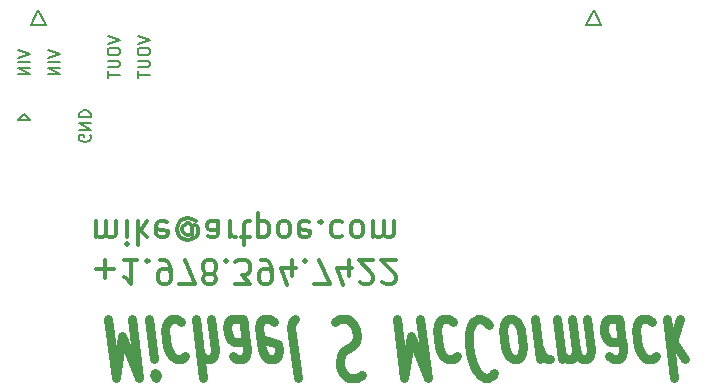
<source format=gbo>
G04 #@! TF.GenerationSoftware,KiCad,Pcbnew,(5.0.2)-1*
G04 #@! TF.CreationDate,2019-04-13T07:43:48-04:00*
G04 #@! TF.ProjectId,Console,436f6e73-6f6c-4652-9e6b-696361645f70,rev?*
G04 #@! TF.SameCoordinates,Original*
G04 #@! TF.FileFunction,Legend,Bot*
G04 #@! TF.FilePolarity,Positive*
%FSLAX46Y46*%
G04 Gerber Fmt 4.6, Leading zero omitted, Abs format (unit mm)*
G04 Created by KiCad (PCBNEW (5.0.2)-1) date 4/13/2019 7:43:48 AM*
%MOMM*%
%LPD*%
G01*
G04 APERTURE LIST*
%ADD10C,0.750000*%
%ADD11C,0.300000*%
%ADD12C,0.150000*%
G04 APERTURE END LIST*
D10*
X111031547Y-134138095D02*
X111656547Y-139138095D01*
X112210119Y-135566666D01*
X113656547Y-139138095D01*
X113031547Y-134138095D01*
X114460119Y-134138095D02*
X114876785Y-137471428D01*
X115085119Y-139138095D02*
X114912500Y-138900000D01*
X115025595Y-138661904D01*
X115198214Y-138900000D01*
X115085119Y-139138095D01*
X115025595Y-138661904D01*
X117204166Y-134376190D02*
X116888690Y-134138095D01*
X116317261Y-134138095D01*
X116061309Y-134376190D01*
X115948214Y-134614285D01*
X115864880Y-135090476D01*
X116043452Y-136519047D01*
X116245833Y-136995238D01*
X116418452Y-137233333D01*
X116733928Y-137471428D01*
X117305357Y-137471428D01*
X117561309Y-137233333D01*
X118460119Y-134138095D02*
X119085119Y-139138095D01*
X119745833Y-134138095D02*
X120073214Y-136757142D01*
X119989880Y-137233333D01*
X119733928Y-137471428D01*
X119305357Y-137471428D01*
X118989880Y-137233333D01*
X118817261Y-136995238D01*
X122460119Y-134138095D02*
X122787500Y-136757142D01*
X122704166Y-137233333D01*
X122448214Y-137471428D01*
X121876785Y-137471428D01*
X121561309Y-137233333D01*
X122489880Y-134376190D02*
X122174404Y-134138095D01*
X121460119Y-134138095D01*
X121204166Y-134376190D01*
X121120833Y-134852380D01*
X121180357Y-135328571D01*
X121382738Y-135804761D01*
X121698214Y-136042857D01*
X122412500Y-136042857D01*
X122727976Y-136280952D01*
X125061309Y-134376190D02*
X124745833Y-134138095D01*
X124174404Y-134138095D01*
X123918452Y-134376190D01*
X123835119Y-134852380D01*
X124073214Y-136757142D01*
X124275595Y-137233333D01*
X124591071Y-137471428D01*
X125162500Y-137471428D01*
X125418452Y-137233333D01*
X125501785Y-136757142D01*
X125442261Y-136280952D01*
X123954166Y-135804761D01*
X126888690Y-134138095D02*
X126632738Y-134376190D01*
X126549404Y-134852380D01*
X127085119Y-139138095D01*
X130204166Y-134376190D02*
X130602976Y-134138095D01*
X131317261Y-134138095D01*
X131632738Y-134376190D01*
X131805357Y-134614285D01*
X132007738Y-135090476D01*
X132067261Y-135566666D01*
X131983928Y-136042857D01*
X131870833Y-136280952D01*
X131614880Y-136519047D01*
X131073214Y-136757142D01*
X130817261Y-136995238D01*
X130704166Y-137233333D01*
X130620833Y-137709523D01*
X130680357Y-138185714D01*
X130882738Y-138661904D01*
X131055357Y-138900000D01*
X131370833Y-139138095D01*
X132085119Y-139138095D01*
X132483928Y-138900000D01*
X135460119Y-134138095D02*
X136085119Y-139138095D01*
X136638690Y-135566666D01*
X138085119Y-139138095D01*
X137460119Y-134138095D01*
X140204166Y-134376190D02*
X139888690Y-134138095D01*
X139317261Y-134138095D01*
X139061309Y-134376190D01*
X138948214Y-134614285D01*
X138864880Y-135090476D01*
X139043452Y-136519047D01*
X139245833Y-136995238D01*
X139418452Y-137233333D01*
X139733928Y-137471428D01*
X140305357Y-137471428D01*
X140561309Y-137233333D01*
X143233928Y-134614285D02*
X143061309Y-134376190D01*
X142602976Y-134138095D01*
X142317261Y-134138095D01*
X141918452Y-134376190D01*
X141692261Y-134852380D01*
X141608928Y-135328571D01*
X141585119Y-136280952D01*
X141674404Y-136995238D01*
X141936309Y-137947619D01*
X142138690Y-138423809D01*
X142483928Y-138900000D01*
X142942261Y-139138095D01*
X143227976Y-139138095D01*
X143626785Y-138900000D01*
X143739880Y-138661904D01*
X144888690Y-134138095D02*
X144632738Y-134376190D01*
X144519642Y-134614285D01*
X144436309Y-135090476D01*
X144614880Y-136519047D01*
X144817261Y-136995238D01*
X144989880Y-137233333D01*
X145305357Y-137471428D01*
X145733928Y-137471428D01*
X145989880Y-137233333D01*
X146102976Y-136995238D01*
X146186309Y-136519047D01*
X146007738Y-135090476D01*
X145805357Y-134614285D01*
X145632738Y-134376190D01*
X145317261Y-134138095D01*
X144888690Y-134138095D01*
X147174404Y-134138095D02*
X147591071Y-137471428D01*
X147472023Y-136519047D02*
X147674404Y-136995238D01*
X147847023Y-137233333D01*
X148162500Y-137471428D01*
X148448214Y-137471428D01*
X149031547Y-134138095D02*
X149448214Y-137471428D01*
X149388690Y-136995238D02*
X149561309Y-137233333D01*
X149876785Y-137471428D01*
X150305357Y-137471428D01*
X150561309Y-137233333D01*
X150644642Y-136757142D01*
X150317261Y-134138095D01*
X150644642Y-136757142D02*
X150847023Y-137233333D01*
X151162500Y-137471428D01*
X151591071Y-137471428D01*
X151847023Y-137233333D01*
X151930357Y-136757142D01*
X151602976Y-134138095D01*
X154317261Y-134138095D02*
X154644642Y-136757142D01*
X154561309Y-137233333D01*
X154305357Y-137471428D01*
X153733928Y-137471428D01*
X153418452Y-137233333D01*
X154347023Y-134376190D02*
X154031547Y-134138095D01*
X153317261Y-134138095D01*
X153061309Y-134376190D01*
X152977976Y-134852380D01*
X153037500Y-135328571D01*
X153239880Y-135804761D01*
X153555357Y-136042857D01*
X154269642Y-136042857D01*
X154585119Y-136280952D01*
X157061309Y-134376190D02*
X156745833Y-134138095D01*
X156174404Y-134138095D01*
X155918452Y-134376190D01*
X155805357Y-134614285D01*
X155722023Y-135090476D01*
X155900595Y-136519047D01*
X156102976Y-136995238D01*
X156275595Y-137233333D01*
X156591071Y-137471428D01*
X157162500Y-137471428D01*
X157418452Y-137233333D01*
X158317261Y-134138095D02*
X158942261Y-139138095D01*
X158841071Y-136042857D02*
X159460119Y-134138095D01*
X159876785Y-137471428D02*
X158495833Y-135566666D01*
D11*
X109971190Y-129907142D02*
X111495000Y-129907142D01*
X110733095Y-129145238D02*
X110733095Y-130669047D01*
X113495000Y-129145238D02*
X112352142Y-129145238D01*
X112923571Y-129145238D02*
X112923571Y-131145238D01*
X112733095Y-130859523D01*
X112542619Y-130669047D01*
X112352142Y-130573809D01*
X114352142Y-129335714D02*
X114447380Y-129240476D01*
X114352142Y-129145238D01*
X114256904Y-129240476D01*
X114352142Y-129335714D01*
X114352142Y-129145238D01*
X115399761Y-129145238D02*
X115780714Y-129145238D01*
X115971190Y-129240476D01*
X116066428Y-129335714D01*
X116256904Y-129621428D01*
X116352142Y-130002380D01*
X116352142Y-130764285D01*
X116256904Y-130954761D01*
X116161666Y-131050000D01*
X115971190Y-131145238D01*
X115590238Y-131145238D01*
X115399761Y-131050000D01*
X115304523Y-130954761D01*
X115209285Y-130764285D01*
X115209285Y-130288095D01*
X115304523Y-130097619D01*
X115399761Y-130002380D01*
X115590238Y-129907142D01*
X115971190Y-129907142D01*
X116161666Y-130002380D01*
X116256904Y-130097619D01*
X116352142Y-130288095D01*
X117018809Y-131145238D02*
X118352142Y-131145238D01*
X117495000Y-129145238D01*
X119399761Y-130288095D02*
X119209285Y-130383333D01*
X119114047Y-130478571D01*
X119018809Y-130669047D01*
X119018809Y-130764285D01*
X119114047Y-130954761D01*
X119209285Y-131050000D01*
X119399761Y-131145238D01*
X119780714Y-131145238D01*
X119971190Y-131050000D01*
X120066428Y-130954761D01*
X120161666Y-130764285D01*
X120161666Y-130669047D01*
X120066428Y-130478571D01*
X119971190Y-130383333D01*
X119780714Y-130288095D01*
X119399761Y-130288095D01*
X119209285Y-130192857D01*
X119114047Y-130097619D01*
X119018809Y-129907142D01*
X119018809Y-129526190D01*
X119114047Y-129335714D01*
X119209285Y-129240476D01*
X119399761Y-129145238D01*
X119780714Y-129145238D01*
X119971190Y-129240476D01*
X120066428Y-129335714D01*
X120161666Y-129526190D01*
X120161666Y-129907142D01*
X120066428Y-130097619D01*
X119971190Y-130192857D01*
X119780714Y-130288095D01*
X121018809Y-129335714D02*
X121114047Y-129240476D01*
X121018809Y-129145238D01*
X120923571Y-129240476D01*
X121018809Y-129335714D01*
X121018809Y-129145238D01*
X121780714Y-131145238D02*
X123018809Y-131145238D01*
X122352142Y-130383333D01*
X122637857Y-130383333D01*
X122828333Y-130288095D01*
X122923571Y-130192857D01*
X123018809Y-130002380D01*
X123018809Y-129526190D01*
X122923571Y-129335714D01*
X122828333Y-129240476D01*
X122637857Y-129145238D01*
X122066428Y-129145238D01*
X121875952Y-129240476D01*
X121780714Y-129335714D01*
X123971190Y-129145238D02*
X124352142Y-129145238D01*
X124542619Y-129240476D01*
X124637857Y-129335714D01*
X124828333Y-129621428D01*
X124923571Y-130002380D01*
X124923571Y-130764285D01*
X124828333Y-130954761D01*
X124733095Y-131050000D01*
X124542619Y-131145238D01*
X124161666Y-131145238D01*
X123971190Y-131050000D01*
X123875952Y-130954761D01*
X123780714Y-130764285D01*
X123780714Y-130288095D01*
X123875952Y-130097619D01*
X123971190Y-130002380D01*
X124161666Y-129907142D01*
X124542619Y-129907142D01*
X124733095Y-130002380D01*
X124828333Y-130097619D01*
X124923571Y-130288095D01*
X126637857Y-130478571D02*
X126637857Y-129145238D01*
X126161666Y-131240476D02*
X125685476Y-129811904D01*
X126923571Y-129811904D01*
X127685476Y-129335714D02*
X127780714Y-129240476D01*
X127685476Y-129145238D01*
X127590238Y-129240476D01*
X127685476Y-129335714D01*
X127685476Y-129145238D01*
X128447380Y-131145238D02*
X129780714Y-131145238D01*
X128923571Y-129145238D01*
X131399761Y-130478571D02*
X131399761Y-129145238D01*
X130923571Y-131240476D02*
X130447380Y-129811904D01*
X131685476Y-129811904D01*
X132352142Y-130954761D02*
X132447380Y-131050000D01*
X132637857Y-131145238D01*
X133114047Y-131145238D01*
X133304523Y-131050000D01*
X133399761Y-130954761D01*
X133494999Y-130764285D01*
X133494999Y-130573809D01*
X133399761Y-130288095D01*
X132256904Y-129145238D01*
X133494999Y-129145238D01*
X134256904Y-130954761D02*
X134352142Y-131050000D01*
X134542619Y-131145238D01*
X135018809Y-131145238D01*
X135209285Y-131050000D01*
X135304523Y-130954761D01*
X135399761Y-130764285D01*
X135399761Y-130573809D01*
X135304523Y-130288095D01*
X134161666Y-129145238D01*
X135399761Y-129145238D01*
X109971190Y-125845238D02*
X109971190Y-127178571D01*
X109971190Y-126988095D02*
X110066428Y-127083333D01*
X110256904Y-127178571D01*
X110542619Y-127178571D01*
X110733095Y-127083333D01*
X110828333Y-126892857D01*
X110828333Y-125845238D01*
X110828333Y-126892857D02*
X110923571Y-127083333D01*
X111114047Y-127178571D01*
X111399761Y-127178571D01*
X111590238Y-127083333D01*
X111685476Y-126892857D01*
X111685476Y-125845238D01*
X112637857Y-125845238D02*
X112637857Y-127178571D01*
X112637857Y-127845238D02*
X112542619Y-127750000D01*
X112637857Y-127654761D01*
X112733095Y-127750000D01*
X112637857Y-127845238D01*
X112637857Y-127654761D01*
X113590238Y-125845238D02*
X113590238Y-127845238D01*
X113780714Y-126607142D02*
X114352142Y-125845238D01*
X114352142Y-127178571D02*
X113590238Y-126416666D01*
X115971190Y-125940476D02*
X115780714Y-125845238D01*
X115399761Y-125845238D01*
X115209285Y-125940476D01*
X115114047Y-126130952D01*
X115114047Y-126892857D01*
X115209285Y-127083333D01*
X115399761Y-127178571D01*
X115780714Y-127178571D01*
X115971190Y-127083333D01*
X116066428Y-126892857D01*
X116066428Y-126702380D01*
X115114047Y-126511904D01*
X118161666Y-126797619D02*
X118066428Y-126892857D01*
X117875952Y-126988095D01*
X117685476Y-126988095D01*
X117495000Y-126892857D01*
X117399761Y-126797619D01*
X117304523Y-126607142D01*
X117304523Y-126416666D01*
X117399761Y-126226190D01*
X117495000Y-126130952D01*
X117685476Y-126035714D01*
X117875952Y-126035714D01*
X118066428Y-126130952D01*
X118161666Y-126226190D01*
X118161666Y-126988095D02*
X118161666Y-126226190D01*
X118256904Y-126130952D01*
X118352142Y-126130952D01*
X118542619Y-126226190D01*
X118637857Y-126416666D01*
X118637857Y-126892857D01*
X118447380Y-127178571D01*
X118161666Y-127369047D01*
X117780714Y-127464285D01*
X117399761Y-127369047D01*
X117114047Y-127178571D01*
X116923571Y-126892857D01*
X116828333Y-126511904D01*
X116923571Y-126130952D01*
X117114047Y-125845238D01*
X117399761Y-125654761D01*
X117780714Y-125559523D01*
X118161666Y-125654761D01*
X118447380Y-125845238D01*
X120352142Y-125845238D02*
X120352142Y-126892857D01*
X120256904Y-127083333D01*
X120066428Y-127178571D01*
X119685476Y-127178571D01*
X119495000Y-127083333D01*
X120352142Y-125940476D02*
X120161666Y-125845238D01*
X119685476Y-125845238D01*
X119495000Y-125940476D01*
X119399761Y-126130952D01*
X119399761Y-126321428D01*
X119495000Y-126511904D01*
X119685476Y-126607142D01*
X120161666Y-126607142D01*
X120352142Y-126702380D01*
X121304523Y-125845238D02*
X121304523Y-127178571D01*
X121304523Y-126797619D02*
X121399761Y-126988095D01*
X121495000Y-127083333D01*
X121685476Y-127178571D01*
X121875952Y-127178571D01*
X122256904Y-127178571D02*
X123018809Y-127178571D01*
X122542619Y-127845238D02*
X122542619Y-126130952D01*
X122637857Y-125940476D01*
X122828333Y-125845238D01*
X123018809Y-125845238D01*
X123685476Y-127178571D02*
X123685476Y-125178571D01*
X123685476Y-127083333D02*
X123875952Y-127178571D01*
X124256904Y-127178571D01*
X124447380Y-127083333D01*
X124542619Y-126988095D01*
X124637857Y-126797619D01*
X124637857Y-126226190D01*
X124542619Y-126035714D01*
X124447380Y-125940476D01*
X124256904Y-125845238D01*
X123875952Y-125845238D01*
X123685476Y-125940476D01*
X125780714Y-125845238D02*
X125590238Y-125940476D01*
X125495000Y-126035714D01*
X125399761Y-126226190D01*
X125399761Y-126797619D01*
X125495000Y-126988095D01*
X125590238Y-127083333D01*
X125780714Y-127178571D01*
X126066428Y-127178571D01*
X126256904Y-127083333D01*
X126352142Y-126988095D01*
X126447380Y-126797619D01*
X126447380Y-126226190D01*
X126352142Y-126035714D01*
X126256904Y-125940476D01*
X126066428Y-125845238D01*
X125780714Y-125845238D01*
X128066428Y-125940476D02*
X127875952Y-125845238D01*
X127495000Y-125845238D01*
X127304523Y-125940476D01*
X127209285Y-126130952D01*
X127209285Y-126892857D01*
X127304523Y-127083333D01*
X127495000Y-127178571D01*
X127875952Y-127178571D01*
X128066428Y-127083333D01*
X128161666Y-126892857D01*
X128161666Y-126702380D01*
X127209285Y-126511904D01*
X129018809Y-126035714D02*
X129114047Y-125940476D01*
X129018809Y-125845238D01*
X128923571Y-125940476D01*
X129018809Y-126035714D01*
X129018809Y-125845238D01*
X130828333Y-125940476D02*
X130637857Y-125845238D01*
X130256904Y-125845238D01*
X130066428Y-125940476D01*
X129971190Y-126035714D01*
X129875952Y-126226190D01*
X129875952Y-126797619D01*
X129971190Y-126988095D01*
X130066428Y-127083333D01*
X130256904Y-127178571D01*
X130637857Y-127178571D01*
X130828333Y-127083333D01*
X131971190Y-125845238D02*
X131780714Y-125940476D01*
X131685476Y-126035714D01*
X131590238Y-126226190D01*
X131590238Y-126797619D01*
X131685476Y-126988095D01*
X131780714Y-127083333D01*
X131971190Y-127178571D01*
X132256904Y-127178571D01*
X132447380Y-127083333D01*
X132542619Y-126988095D01*
X132637857Y-126797619D01*
X132637857Y-126226190D01*
X132542619Y-126035714D01*
X132447380Y-125940476D01*
X132256904Y-125845238D01*
X131971190Y-125845238D01*
X133495000Y-125845238D02*
X133495000Y-127178571D01*
X133495000Y-126988095D02*
X133590238Y-127083333D01*
X133780714Y-127178571D01*
X134066428Y-127178571D01*
X134256904Y-127083333D01*
X134352142Y-126892857D01*
X134352142Y-125845238D01*
X134352142Y-126892857D02*
X134447380Y-127083333D01*
X134637857Y-127178571D01*
X134923571Y-127178571D01*
X135114047Y-127083333D01*
X135209285Y-126892857D01*
X135209285Y-125845238D01*
D12*
G04 #@! TO.C,PS1*
X105125000Y-107985000D02*
X104490000Y-109255000D01*
X104490000Y-109255000D02*
X105760000Y-109255000D01*
X105760000Y-109255000D02*
X105125000Y-107985000D01*
G04 #@! TO.C,PS2*
X152125000Y-107985000D02*
X151490000Y-109255000D01*
X151490000Y-109255000D02*
X152760000Y-109255000D01*
X152760000Y-109255000D02*
X152125000Y-107985000D01*
G04 #@! TO.C,U1*
X103920000Y-116778000D02*
X103412000Y-117286000D01*
X103412000Y-117286000D02*
X104428000Y-117286000D01*
X104428000Y-117286000D02*
X103920000Y-116778000D01*
X103372380Y-111364761D02*
X104372380Y-111698095D01*
X103372380Y-112031428D01*
X104372380Y-112364761D02*
X103372380Y-112364761D01*
X104372380Y-112840952D02*
X103372380Y-112840952D01*
X104372380Y-113412380D01*
X103372380Y-113412380D01*
X105912380Y-111364761D02*
X106912380Y-111698095D01*
X105912380Y-112031428D01*
X106912380Y-112364761D02*
X105912380Y-112364761D01*
X106912380Y-112840952D02*
X105912380Y-112840952D01*
X106912380Y-113412380D01*
X105912380Y-113412380D01*
X109500000Y-118555904D02*
X109547619Y-118651142D01*
X109547619Y-118794000D01*
X109500000Y-118936857D01*
X109404761Y-119032095D01*
X109309523Y-119079714D01*
X109119047Y-119127333D01*
X108976190Y-119127333D01*
X108785714Y-119079714D01*
X108690476Y-119032095D01*
X108595238Y-118936857D01*
X108547619Y-118794000D01*
X108547619Y-118698761D01*
X108595238Y-118555904D01*
X108642857Y-118508285D01*
X108976190Y-118508285D01*
X108976190Y-118698761D01*
X108547619Y-118079714D02*
X109547619Y-118079714D01*
X108547619Y-117508285D01*
X109547619Y-117508285D01*
X108547619Y-117032095D02*
X109547619Y-117032095D01*
X109547619Y-116794000D01*
X109500000Y-116651142D01*
X109404761Y-116555904D01*
X109309523Y-116508285D01*
X109119047Y-116460666D01*
X108976190Y-116460666D01*
X108785714Y-116508285D01*
X108690476Y-116555904D01*
X108595238Y-116651142D01*
X108547619Y-116794000D01*
X108547619Y-117032095D01*
X110992380Y-110190095D02*
X111992380Y-110523428D01*
X110992380Y-110856761D01*
X110992380Y-111380571D02*
X110992380Y-111571047D01*
X111040000Y-111666285D01*
X111135238Y-111761523D01*
X111325714Y-111809142D01*
X111659047Y-111809142D01*
X111849523Y-111761523D01*
X111944761Y-111666285D01*
X111992380Y-111571047D01*
X111992380Y-111380571D01*
X111944761Y-111285333D01*
X111849523Y-111190095D01*
X111659047Y-111142476D01*
X111325714Y-111142476D01*
X111135238Y-111190095D01*
X111040000Y-111285333D01*
X110992380Y-111380571D01*
X110992380Y-112237714D02*
X111801904Y-112237714D01*
X111897142Y-112285333D01*
X111944761Y-112332952D01*
X111992380Y-112428190D01*
X111992380Y-112618666D01*
X111944761Y-112713904D01*
X111897142Y-112761523D01*
X111801904Y-112809142D01*
X110992380Y-112809142D01*
X110992380Y-113142476D02*
X110992380Y-113713904D01*
X111992380Y-113428190D02*
X110992380Y-113428190D01*
X113532380Y-110190095D02*
X114532380Y-110523428D01*
X113532380Y-110856761D01*
X113532380Y-111380571D02*
X113532380Y-111571047D01*
X113580000Y-111666285D01*
X113675238Y-111761523D01*
X113865714Y-111809142D01*
X114199047Y-111809142D01*
X114389523Y-111761523D01*
X114484761Y-111666285D01*
X114532380Y-111571047D01*
X114532380Y-111380571D01*
X114484761Y-111285333D01*
X114389523Y-111190095D01*
X114199047Y-111142476D01*
X113865714Y-111142476D01*
X113675238Y-111190095D01*
X113580000Y-111285333D01*
X113532380Y-111380571D01*
X113532380Y-112237714D02*
X114341904Y-112237714D01*
X114437142Y-112285333D01*
X114484761Y-112332952D01*
X114532380Y-112428190D01*
X114532380Y-112618666D01*
X114484761Y-112713904D01*
X114437142Y-112761523D01*
X114341904Y-112809142D01*
X113532380Y-112809142D01*
X113532380Y-113142476D02*
X113532380Y-113713904D01*
X114532380Y-113428190D02*
X113532380Y-113428190D01*
G04 #@! TD*
M02*

</source>
